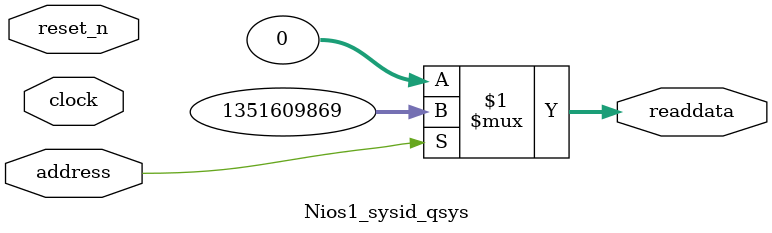
<source format=v>

`timescale 1ns / 1ps
// synthesis translate_on

// turn off superfluous verilog processor warnings 
// altera message_level Level1 
// altera message_off 10034 10035 10036 10037 10230 10240 10030 

module Nios1_sysid_qsys (
               // inputs:
                address,
                clock,
                reset_n,

               // outputs:
                readdata
             )
;

  output  [ 31: 0] readdata;
  input            address;
  input            clock;
  input            reset_n;

  wire    [ 31: 0] readdata;
  //control_slave, which is an e_avalon_slave
  assign readdata = address ? 1351609869 : 0;

endmodule




</source>
